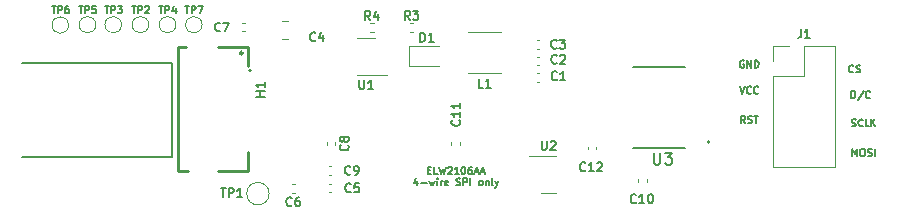
<source format=gbr>
%TF.GenerationSoftware,KiCad,Pcbnew,(6.0.0)*%
%TF.CreationDate,2022-03-29T17:15:08-07:00*%
%TF.ProjectId,ELW2106AA-breakout-board,454c5732-3130-4364-9141-2d627265616b,rev?*%
%TF.SameCoordinates,Original*%
%TF.FileFunction,Legend,Top*%
%TF.FilePolarity,Positive*%
%FSLAX46Y46*%
G04 Gerber Fmt 4.6, Leading zero omitted, Abs format (unit mm)*
G04 Created by KiCad (PCBNEW (6.0.0)) date 2022-03-29 17:15:08*
%MOMM*%
%LPD*%
G01*
G04 APERTURE LIST*
%ADD10C,0.150000*%
%ADD11C,0.200000*%
%ADD12C,0.127000*%
%ADD13C,0.120000*%
%ADD14C,0.254000*%
%ADD15C,0.175000*%
G04 APERTURE END LIST*
D10*
X104600000Y-94850000D02*
X104600000Y-86850000D01*
X91950000Y-94850000D02*
X104600000Y-94850000D01*
X104600000Y-86850000D02*
X91950000Y-86850000D01*
X126303571Y-95974142D02*
X126503571Y-95974142D01*
X126589285Y-96288428D02*
X126303571Y-96288428D01*
X126303571Y-95688428D01*
X126589285Y-95688428D01*
X127132142Y-96288428D02*
X126846428Y-96288428D01*
X126846428Y-95688428D01*
X127275000Y-95688428D02*
X127417857Y-96288428D01*
X127532142Y-95859857D01*
X127646428Y-96288428D01*
X127789285Y-95688428D01*
X127989285Y-95745571D02*
X128017857Y-95717000D01*
X128075000Y-95688428D01*
X128217857Y-95688428D01*
X128275000Y-95717000D01*
X128303571Y-95745571D01*
X128332142Y-95802714D01*
X128332142Y-95859857D01*
X128303571Y-95945571D01*
X127960714Y-96288428D01*
X128332142Y-96288428D01*
X128903571Y-96288428D02*
X128560714Y-96288428D01*
X128732142Y-96288428D02*
X128732142Y-95688428D01*
X128675000Y-95774142D01*
X128617857Y-95831285D01*
X128560714Y-95859857D01*
X129275000Y-95688428D02*
X129332142Y-95688428D01*
X129389285Y-95717000D01*
X129417857Y-95745571D01*
X129446428Y-95802714D01*
X129475000Y-95917000D01*
X129475000Y-96059857D01*
X129446428Y-96174142D01*
X129417857Y-96231285D01*
X129389285Y-96259857D01*
X129332142Y-96288428D01*
X129275000Y-96288428D01*
X129217857Y-96259857D01*
X129189285Y-96231285D01*
X129160714Y-96174142D01*
X129132142Y-96059857D01*
X129132142Y-95917000D01*
X129160714Y-95802714D01*
X129189285Y-95745571D01*
X129217857Y-95717000D01*
X129275000Y-95688428D01*
X129989285Y-95688428D02*
X129875000Y-95688428D01*
X129817857Y-95717000D01*
X129789285Y-95745571D01*
X129732142Y-95831285D01*
X129703571Y-95945571D01*
X129703571Y-96174142D01*
X129732142Y-96231285D01*
X129760714Y-96259857D01*
X129817857Y-96288428D01*
X129932142Y-96288428D01*
X129989285Y-96259857D01*
X130017857Y-96231285D01*
X130046428Y-96174142D01*
X130046428Y-96031285D01*
X130017857Y-95974142D01*
X129989285Y-95945571D01*
X129932142Y-95917000D01*
X129817857Y-95917000D01*
X129760714Y-95945571D01*
X129732142Y-95974142D01*
X129703571Y-96031285D01*
X130275000Y-96117000D02*
X130560714Y-96117000D01*
X130217857Y-96288428D02*
X130417857Y-95688428D01*
X130617857Y-96288428D01*
X130789285Y-96117000D02*
X131075000Y-96117000D01*
X130732142Y-96288428D02*
X130932142Y-95688428D01*
X131132142Y-96288428D01*
X125403571Y-96854428D02*
X125403571Y-97254428D01*
X125260714Y-96625857D02*
X125117857Y-97054428D01*
X125489285Y-97054428D01*
X125717857Y-97025857D02*
X126175000Y-97025857D01*
X126403571Y-96854428D02*
X126517857Y-97254428D01*
X126632142Y-96968714D01*
X126746428Y-97254428D01*
X126860714Y-96854428D01*
X127089285Y-97254428D02*
X127089285Y-96854428D01*
X127089285Y-96654428D02*
X127060714Y-96683000D01*
X127089285Y-96711571D01*
X127117857Y-96683000D01*
X127089285Y-96654428D01*
X127089285Y-96711571D01*
X127375000Y-97254428D02*
X127375000Y-96854428D01*
X127375000Y-96968714D02*
X127403571Y-96911571D01*
X127432142Y-96883000D01*
X127489285Y-96854428D01*
X127546428Y-96854428D01*
X127975000Y-97225857D02*
X127917857Y-97254428D01*
X127803571Y-97254428D01*
X127746428Y-97225857D01*
X127717857Y-97168714D01*
X127717857Y-96940142D01*
X127746428Y-96883000D01*
X127803571Y-96854428D01*
X127917857Y-96854428D01*
X127975000Y-96883000D01*
X128003571Y-96940142D01*
X128003571Y-96997285D01*
X127717857Y-97054428D01*
X128689285Y-97225857D02*
X128775000Y-97254428D01*
X128917857Y-97254428D01*
X128975000Y-97225857D01*
X129003571Y-97197285D01*
X129032142Y-97140142D01*
X129032142Y-97083000D01*
X129003571Y-97025857D01*
X128975000Y-96997285D01*
X128917857Y-96968714D01*
X128803571Y-96940142D01*
X128746428Y-96911571D01*
X128717857Y-96883000D01*
X128689285Y-96825857D01*
X128689285Y-96768714D01*
X128717857Y-96711571D01*
X128746428Y-96683000D01*
X128803571Y-96654428D01*
X128946428Y-96654428D01*
X129032142Y-96683000D01*
X129289285Y-97254428D02*
X129289285Y-96654428D01*
X129517857Y-96654428D01*
X129575000Y-96683000D01*
X129603571Y-96711571D01*
X129632142Y-96768714D01*
X129632142Y-96854428D01*
X129603571Y-96911571D01*
X129575000Y-96940142D01*
X129517857Y-96968714D01*
X129289285Y-96968714D01*
X129889285Y-97254428D02*
X129889285Y-96654428D01*
X130717857Y-97254428D02*
X130660714Y-97225857D01*
X130632142Y-97197285D01*
X130603571Y-97140142D01*
X130603571Y-96968714D01*
X130632142Y-96911571D01*
X130660714Y-96883000D01*
X130717857Y-96854428D01*
X130803571Y-96854428D01*
X130860714Y-96883000D01*
X130889285Y-96911571D01*
X130917857Y-96968714D01*
X130917857Y-97140142D01*
X130889285Y-97197285D01*
X130860714Y-97225857D01*
X130803571Y-97254428D01*
X130717857Y-97254428D01*
X131175000Y-96854428D02*
X131175000Y-97254428D01*
X131175000Y-96911571D02*
X131203571Y-96883000D01*
X131260714Y-96854428D01*
X131346428Y-96854428D01*
X131403571Y-96883000D01*
X131432142Y-96940142D01*
X131432142Y-97254428D01*
X131803571Y-97254428D02*
X131746428Y-97225857D01*
X131717857Y-97168714D01*
X131717857Y-96654428D01*
X131975000Y-96854428D02*
X132117857Y-97254428D01*
X132260714Y-96854428D02*
X132117857Y-97254428D01*
X132060714Y-97397285D01*
X132032142Y-97425857D01*
X131975000Y-97454428D01*
X153042857Y-86700000D02*
X152985714Y-86671428D01*
X152900000Y-86671428D01*
X152814285Y-86700000D01*
X152757142Y-86757142D01*
X152728571Y-86814285D01*
X152700000Y-86928571D01*
X152700000Y-87014285D01*
X152728571Y-87128571D01*
X152757142Y-87185714D01*
X152814285Y-87242857D01*
X152900000Y-87271428D01*
X152957142Y-87271428D01*
X153042857Y-87242857D01*
X153071428Y-87214285D01*
X153071428Y-87014285D01*
X152957142Y-87014285D01*
X153328571Y-87271428D02*
X153328571Y-86671428D01*
X153671428Y-87271428D01*
X153671428Y-86671428D01*
X153957142Y-87271428D02*
X153957142Y-86671428D01*
X154100000Y-86671428D01*
X154185714Y-86700000D01*
X154242857Y-86757142D01*
X154271428Y-86814285D01*
X154300000Y-86928571D01*
X154300000Y-87014285D01*
X154271428Y-87128571D01*
X154242857Y-87185714D01*
X154185714Y-87242857D01*
X154100000Y-87271428D01*
X153957142Y-87271428D01*
X162153571Y-89871428D02*
X162153571Y-89271428D01*
X162296428Y-89271428D01*
X162382142Y-89300000D01*
X162439285Y-89357142D01*
X162467857Y-89414285D01*
X162496428Y-89528571D01*
X162496428Y-89614285D01*
X162467857Y-89728571D01*
X162439285Y-89785714D01*
X162382142Y-89842857D01*
X162296428Y-89871428D01*
X162153571Y-89871428D01*
X163182142Y-89242857D02*
X162667857Y-90014285D01*
X163725000Y-89814285D02*
X163696428Y-89842857D01*
X163610714Y-89871428D01*
X163553571Y-89871428D01*
X163467857Y-89842857D01*
X163410714Y-89785714D01*
X163382142Y-89728571D01*
X163353571Y-89614285D01*
X163353571Y-89528571D01*
X163382142Y-89414285D01*
X163410714Y-89357142D01*
X163467857Y-89300000D01*
X163553571Y-89271428D01*
X163610714Y-89271428D01*
X163696428Y-89300000D01*
X163725000Y-89328571D01*
X162325000Y-87614285D02*
X162296428Y-87642857D01*
X162210714Y-87671428D01*
X162153571Y-87671428D01*
X162067857Y-87642857D01*
X162010714Y-87585714D01*
X161982142Y-87528571D01*
X161953571Y-87414285D01*
X161953571Y-87328571D01*
X161982142Y-87214285D01*
X162010714Y-87157142D01*
X162067857Y-87100000D01*
X162153571Y-87071428D01*
X162210714Y-87071428D01*
X162296428Y-87100000D01*
X162325000Y-87128571D01*
X162553571Y-87642857D02*
X162639285Y-87671428D01*
X162782142Y-87671428D01*
X162839285Y-87642857D01*
X162867857Y-87614285D01*
X162896428Y-87557142D01*
X162896428Y-87500000D01*
X162867857Y-87442857D01*
X162839285Y-87414285D01*
X162782142Y-87385714D01*
X162667857Y-87357142D01*
X162610714Y-87328571D01*
X162582142Y-87300000D01*
X162553571Y-87242857D01*
X162553571Y-87185714D01*
X162582142Y-87128571D01*
X162610714Y-87100000D01*
X162667857Y-87071428D01*
X162810714Y-87071428D01*
X162896428Y-87100000D01*
X153171428Y-91971428D02*
X152971428Y-91685714D01*
X152828571Y-91971428D02*
X152828571Y-91371428D01*
X153057142Y-91371428D01*
X153114285Y-91400000D01*
X153142857Y-91428571D01*
X153171428Y-91485714D01*
X153171428Y-91571428D01*
X153142857Y-91628571D01*
X153114285Y-91657142D01*
X153057142Y-91685714D01*
X152828571Y-91685714D01*
X153400000Y-91942857D02*
X153485714Y-91971428D01*
X153628571Y-91971428D01*
X153685714Y-91942857D01*
X153714285Y-91914285D01*
X153742857Y-91857142D01*
X153742857Y-91800000D01*
X153714285Y-91742857D01*
X153685714Y-91714285D01*
X153628571Y-91685714D01*
X153514285Y-91657142D01*
X153457142Y-91628571D01*
X153428571Y-91600000D01*
X153400000Y-91542857D01*
X153400000Y-91485714D01*
X153428571Y-91428571D01*
X153457142Y-91400000D01*
X153514285Y-91371428D01*
X153657142Y-91371428D01*
X153742857Y-91400000D01*
X153914285Y-91371428D02*
X154257142Y-91371428D01*
X154085714Y-91971428D02*
X154085714Y-91371428D01*
X162160714Y-92231062D02*
X162246428Y-92259633D01*
X162389285Y-92259633D01*
X162446428Y-92231062D01*
X162475000Y-92202490D01*
X162503571Y-92145347D01*
X162503571Y-92088205D01*
X162475000Y-92031062D01*
X162446428Y-92002490D01*
X162389285Y-91973919D01*
X162275000Y-91945347D01*
X162217857Y-91916776D01*
X162189285Y-91888205D01*
X162160714Y-91831062D01*
X162160714Y-91773919D01*
X162189285Y-91716776D01*
X162217857Y-91688205D01*
X162275000Y-91659633D01*
X162417857Y-91659633D01*
X162503571Y-91688205D01*
X163103571Y-92202490D02*
X163075000Y-92231062D01*
X162989285Y-92259633D01*
X162932142Y-92259633D01*
X162846428Y-92231062D01*
X162789285Y-92173919D01*
X162760714Y-92116776D01*
X162732142Y-92002490D01*
X162732142Y-91916776D01*
X162760714Y-91802490D01*
X162789285Y-91745347D01*
X162846428Y-91688205D01*
X162932142Y-91659633D01*
X162989285Y-91659633D01*
X163075000Y-91688205D01*
X163103571Y-91716776D01*
X163646428Y-92259633D02*
X163360714Y-92259633D01*
X163360714Y-91659633D01*
X163846428Y-92259633D02*
X163846428Y-91659633D01*
X164189285Y-92259633D02*
X163932142Y-91916776D01*
X164189285Y-91659633D02*
X163846428Y-92002490D01*
X152700000Y-88871428D02*
X152900000Y-89471428D01*
X153100000Y-88871428D01*
X153642857Y-89414285D02*
X153614285Y-89442857D01*
X153528571Y-89471428D01*
X153471428Y-89471428D01*
X153385714Y-89442857D01*
X153328571Y-89385714D01*
X153300000Y-89328571D01*
X153271428Y-89214285D01*
X153271428Y-89128571D01*
X153300000Y-89014285D01*
X153328571Y-88957142D01*
X153385714Y-88900000D01*
X153471428Y-88871428D01*
X153528571Y-88871428D01*
X153614285Y-88900000D01*
X153642857Y-88928571D01*
X154242857Y-89414285D02*
X154214285Y-89442857D01*
X154128571Y-89471428D01*
X154071428Y-89471428D01*
X153985714Y-89442857D01*
X153928571Y-89385714D01*
X153900000Y-89328571D01*
X153871428Y-89214285D01*
X153871428Y-89128571D01*
X153900000Y-89014285D01*
X153928571Y-88957142D01*
X153985714Y-88900000D01*
X154071428Y-88871428D01*
X154128571Y-88871428D01*
X154214285Y-88900000D01*
X154242857Y-88928571D01*
X162232142Y-94759633D02*
X162232142Y-94159633D01*
X162432142Y-94588205D01*
X162632142Y-94159633D01*
X162632142Y-94759633D01*
X163032142Y-94159633D02*
X163146428Y-94159633D01*
X163203571Y-94188205D01*
X163260714Y-94245347D01*
X163289285Y-94359633D01*
X163289285Y-94559633D01*
X163260714Y-94673919D01*
X163203571Y-94731062D01*
X163146428Y-94759633D01*
X163032142Y-94759633D01*
X162975000Y-94731062D01*
X162917857Y-94673919D01*
X162889285Y-94559633D01*
X162889285Y-94359633D01*
X162917857Y-94245347D01*
X162975000Y-94188205D01*
X163032142Y-94159633D01*
X163517857Y-94731062D02*
X163603571Y-94759633D01*
X163746428Y-94759633D01*
X163803571Y-94731062D01*
X163832142Y-94702490D01*
X163860714Y-94645347D01*
X163860714Y-94588205D01*
X163832142Y-94531062D01*
X163803571Y-94502490D01*
X163746428Y-94473919D01*
X163632142Y-94445347D01*
X163575000Y-94416776D01*
X163546428Y-94388205D01*
X163517857Y-94331062D01*
X163517857Y-94273919D01*
X163546428Y-94216776D01*
X163575000Y-94188205D01*
X163632142Y-94159633D01*
X163775000Y-94159633D01*
X163860714Y-94188205D01*
X164117857Y-94759633D02*
X164117857Y-94159633D01*
%TO.C,U3*%
X145413095Y-94487380D02*
X145413095Y-95296904D01*
X145460714Y-95392142D01*
X145508333Y-95439761D01*
X145603571Y-95487380D01*
X145794047Y-95487380D01*
X145889285Y-95439761D01*
X145936904Y-95392142D01*
X145984523Y-95296904D01*
X145984523Y-94487380D01*
X146365476Y-94487380D02*
X146984523Y-94487380D01*
X146651190Y-94868333D01*
X146794047Y-94868333D01*
X146889285Y-94915952D01*
X146936904Y-94963571D01*
X146984523Y-95058809D01*
X146984523Y-95296904D01*
X146936904Y-95392142D01*
X146889285Y-95439761D01*
X146794047Y-95487380D01*
X146508333Y-95487380D01*
X146413095Y-95439761D01*
X146365476Y-95392142D01*
%TO.C,C1*%
X137224315Y-88266324D02*
X137188600Y-88302038D01*
X137081457Y-88337752D01*
X137010029Y-88337752D01*
X136902886Y-88302038D01*
X136831457Y-88230609D01*
X136795743Y-88159181D01*
X136760029Y-88016324D01*
X136760029Y-87909181D01*
X136795743Y-87766324D01*
X136831457Y-87694895D01*
X136902886Y-87623467D01*
X137010029Y-87587752D01*
X137081457Y-87587752D01*
X137188600Y-87623467D01*
X137224315Y-87659181D01*
X137938600Y-88337752D02*
X137510029Y-88337752D01*
X137724315Y-88337752D02*
X137724315Y-87587752D01*
X137652886Y-87694895D01*
X137581457Y-87766324D01*
X137510029Y-87802038D01*
%TO.C,D1*%
X125646428Y-85089285D02*
X125646428Y-84339285D01*
X125825000Y-84339285D01*
X125932142Y-84375000D01*
X126003571Y-84446428D01*
X126039285Y-84517857D01*
X126075000Y-84660714D01*
X126075000Y-84767857D01*
X126039285Y-84910714D01*
X126003571Y-84982142D01*
X125932142Y-85053571D01*
X125825000Y-85089285D01*
X125646428Y-85089285D01*
X126789285Y-85089285D02*
X126360714Y-85089285D01*
X126575000Y-85089285D02*
X126575000Y-84339285D01*
X126503571Y-84446428D01*
X126432142Y-84517857D01*
X126360714Y-84553571D01*
%TO.C,TP5*%
X96751386Y-82064678D02*
X97094243Y-82064678D01*
X96922814Y-82664678D02*
X96922814Y-82064678D01*
X97294243Y-82664678D02*
X97294243Y-82064678D01*
X97522814Y-82064678D01*
X97579957Y-82093250D01*
X97608529Y-82121821D01*
X97637100Y-82178964D01*
X97637100Y-82264678D01*
X97608529Y-82321821D01*
X97579957Y-82350392D01*
X97522814Y-82378964D01*
X97294243Y-82378964D01*
X98179957Y-82064678D02*
X97894243Y-82064678D01*
X97865671Y-82350392D01*
X97894243Y-82321821D01*
X97951386Y-82293250D01*
X98094243Y-82293250D01*
X98151386Y-82321821D01*
X98179957Y-82350392D01*
X98208529Y-82407535D01*
X98208529Y-82550392D01*
X98179957Y-82607535D01*
X98151386Y-82636107D01*
X98094243Y-82664678D01*
X97951386Y-82664678D01*
X97894243Y-82636107D01*
X97865671Y-82607535D01*
%TO.C,L1*%
X130975000Y-88989285D02*
X130617857Y-88989285D01*
X130617857Y-88239285D01*
X131617857Y-88989285D02*
X131189285Y-88989285D01*
X131403571Y-88989285D02*
X131403571Y-88239285D01*
X131332142Y-88346428D01*
X131260714Y-88417857D01*
X131189285Y-88453571D01*
%TO.C,C10*%
X143917857Y-98667857D02*
X143882142Y-98703571D01*
X143775000Y-98739285D01*
X143703571Y-98739285D01*
X143596428Y-98703571D01*
X143525000Y-98632142D01*
X143489285Y-98560714D01*
X143453571Y-98417857D01*
X143453571Y-98310714D01*
X143489285Y-98167857D01*
X143525000Y-98096428D01*
X143596428Y-98025000D01*
X143703571Y-97989285D01*
X143775000Y-97989285D01*
X143882142Y-98025000D01*
X143917857Y-98060714D01*
X144632142Y-98739285D02*
X144203571Y-98739285D01*
X144417857Y-98739285D02*
X144417857Y-97989285D01*
X144346428Y-98096428D01*
X144275000Y-98167857D01*
X144203571Y-98203571D01*
X145096428Y-97989285D02*
X145167857Y-97989285D01*
X145239285Y-98025000D01*
X145275000Y-98060714D01*
X145310714Y-98132142D01*
X145346428Y-98275000D01*
X145346428Y-98453571D01*
X145310714Y-98596428D01*
X145275000Y-98667857D01*
X145239285Y-98703571D01*
X145167857Y-98739285D01*
X145096428Y-98739285D01*
X145025000Y-98703571D01*
X144989285Y-98667857D01*
X144953571Y-98596428D01*
X144917857Y-98453571D01*
X144917857Y-98275000D01*
X144953571Y-98132142D01*
X144989285Y-98060714D01*
X145025000Y-98025000D01*
X145096428Y-97989285D01*
%TO.C,C7*%
X108725000Y-84142857D02*
X108689285Y-84178571D01*
X108582142Y-84214285D01*
X108510714Y-84214285D01*
X108403571Y-84178571D01*
X108332142Y-84107142D01*
X108296428Y-84035714D01*
X108260714Y-83892857D01*
X108260714Y-83785714D01*
X108296428Y-83642857D01*
X108332142Y-83571428D01*
X108403571Y-83500000D01*
X108510714Y-83464285D01*
X108582142Y-83464285D01*
X108689285Y-83500000D01*
X108725000Y-83535714D01*
X108975000Y-83464285D02*
X109475000Y-83464285D01*
X109153571Y-84214285D01*
%TO.C,R3*%
X124775000Y-83239285D02*
X124525000Y-82882142D01*
X124346428Y-83239285D02*
X124346428Y-82489285D01*
X124632142Y-82489285D01*
X124703571Y-82525000D01*
X124739285Y-82560714D01*
X124775000Y-82632142D01*
X124775000Y-82739285D01*
X124739285Y-82810714D01*
X124703571Y-82846428D01*
X124632142Y-82882142D01*
X124346428Y-82882142D01*
X125025000Y-82489285D02*
X125489285Y-82489285D01*
X125239285Y-82775000D01*
X125346428Y-82775000D01*
X125417857Y-82810714D01*
X125453571Y-82846428D01*
X125489285Y-82917857D01*
X125489285Y-83096428D01*
X125453571Y-83167857D01*
X125417857Y-83203571D01*
X125346428Y-83239285D01*
X125132142Y-83239285D01*
X125060714Y-83203571D01*
X125025000Y-83167857D01*
%TO.C,R4*%
X121425000Y-83239285D02*
X121175000Y-82882142D01*
X120996428Y-83239285D02*
X120996428Y-82489285D01*
X121282142Y-82489285D01*
X121353571Y-82525000D01*
X121389285Y-82560714D01*
X121425000Y-82632142D01*
X121425000Y-82739285D01*
X121389285Y-82810714D01*
X121353571Y-82846428D01*
X121282142Y-82882142D01*
X120996428Y-82882142D01*
X122067857Y-82739285D02*
X122067857Y-83239285D01*
X121889285Y-82453571D02*
X121710714Y-82989285D01*
X122175000Y-82989285D01*
%TO.C,H1*%
X112522407Y-89748769D02*
X111721816Y-89748769D01*
X112103049Y-89748769D02*
X112103049Y-89291288D01*
X112522407Y-89291288D02*
X111721816Y-89291288D01*
X112522407Y-88490697D02*
X112522407Y-88948178D01*
X112522407Y-88719437D02*
X111721816Y-88719437D01*
X111836186Y-88795684D01*
X111912433Y-88871931D01*
X111950556Y-88948178D01*
%TO.C,TP3*%
X98927857Y-82064678D02*
X99270714Y-82064678D01*
X99099285Y-82664678D02*
X99099285Y-82064678D01*
X99470714Y-82664678D02*
X99470714Y-82064678D01*
X99699285Y-82064678D01*
X99756428Y-82093250D01*
X99785000Y-82121821D01*
X99813571Y-82178964D01*
X99813571Y-82264678D01*
X99785000Y-82321821D01*
X99756428Y-82350392D01*
X99699285Y-82378964D01*
X99470714Y-82378964D01*
X100013571Y-82064678D02*
X100385000Y-82064678D01*
X100185000Y-82293250D01*
X100270714Y-82293250D01*
X100327857Y-82321821D01*
X100356428Y-82350392D01*
X100385000Y-82407535D01*
X100385000Y-82550392D01*
X100356428Y-82607535D01*
X100327857Y-82636107D01*
X100270714Y-82664678D01*
X100099285Y-82664678D01*
X100042142Y-82636107D01*
X100013571Y-82607535D01*
%TO.C,C3*%
X137185000Y-85592857D02*
X137149285Y-85628571D01*
X137042142Y-85664285D01*
X136970714Y-85664285D01*
X136863571Y-85628571D01*
X136792142Y-85557142D01*
X136756428Y-85485714D01*
X136720714Y-85342857D01*
X136720714Y-85235714D01*
X136756428Y-85092857D01*
X136792142Y-85021428D01*
X136863571Y-84950000D01*
X136970714Y-84914285D01*
X137042142Y-84914285D01*
X137149285Y-84950000D01*
X137185000Y-84985714D01*
X137435000Y-84914285D02*
X137899285Y-84914285D01*
X137649285Y-85200000D01*
X137756428Y-85200000D01*
X137827857Y-85235714D01*
X137863571Y-85271428D01*
X137899285Y-85342857D01*
X137899285Y-85521428D01*
X137863571Y-85592857D01*
X137827857Y-85628571D01*
X137756428Y-85664285D01*
X137542142Y-85664285D01*
X137470714Y-85628571D01*
X137435000Y-85592857D01*
%TO.C,U1*%
X120478571Y-88339285D02*
X120478571Y-88946428D01*
X120514285Y-89017857D01*
X120550000Y-89053571D01*
X120621428Y-89089285D01*
X120764285Y-89089285D01*
X120835714Y-89053571D01*
X120871428Y-89017857D01*
X120907142Y-88946428D01*
X120907142Y-88339285D01*
X121657142Y-89089285D02*
X121228571Y-89089285D01*
X121442857Y-89089285D02*
X121442857Y-88339285D01*
X121371428Y-88446428D01*
X121300000Y-88517857D01*
X121228571Y-88553571D01*
%TO.C,C6*%
X114775000Y-98927857D02*
X114739285Y-98963571D01*
X114632142Y-98999285D01*
X114560714Y-98999285D01*
X114453571Y-98963571D01*
X114382142Y-98892142D01*
X114346428Y-98820714D01*
X114310714Y-98677857D01*
X114310714Y-98570714D01*
X114346428Y-98427857D01*
X114382142Y-98356428D01*
X114453571Y-98285000D01*
X114560714Y-98249285D01*
X114632142Y-98249285D01*
X114739285Y-98285000D01*
X114775000Y-98320714D01*
X115417857Y-98249285D02*
X115275000Y-98249285D01*
X115203571Y-98285000D01*
X115167857Y-98320714D01*
X115096428Y-98427857D01*
X115060714Y-98570714D01*
X115060714Y-98856428D01*
X115096428Y-98927857D01*
X115132142Y-98963571D01*
X115203571Y-98999285D01*
X115346428Y-98999285D01*
X115417857Y-98963571D01*
X115453571Y-98927857D01*
X115489285Y-98856428D01*
X115489285Y-98677857D01*
X115453571Y-98606428D01*
X115417857Y-98570714D01*
X115346428Y-98535000D01*
X115203571Y-98535000D01*
X115132142Y-98570714D01*
X115096428Y-98606428D01*
X115060714Y-98677857D01*
%TO.C,C4*%
X116775000Y-84967857D02*
X116739285Y-85003571D01*
X116632142Y-85039285D01*
X116560714Y-85039285D01*
X116453571Y-85003571D01*
X116382142Y-84932142D01*
X116346428Y-84860714D01*
X116310714Y-84717857D01*
X116310714Y-84610714D01*
X116346428Y-84467857D01*
X116382142Y-84396428D01*
X116453571Y-84325000D01*
X116560714Y-84289285D01*
X116632142Y-84289285D01*
X116739285Y-84325000D01*
X116775000Y-84360714D01*
X117417857Y-84539285D02*
X117417857Y-85039285D01*
X117239285Y-84253571D02*
X117060714Y-84789285D01*
X117525000Y-84789285D01*
%TO.C,TP4*%
X103527857Y-82064678D02*
X103870714Y-82064678D01*
X103699285Y-82664678D02*
X103699285Y-82064678D01*
X104070714Y-82664678D02*
X104070714Y-82064678D01*
X104299285Y-82064678D01*
X104356428Y-82093250D01*
X104385000Y-82121821D01*
X104413571Y-82178964D01*
X104413571Y-82264678D01*
X104385000Y-82321821D01*
X104356428Y-82350392D01*
X104299285Y-82378964D01*
X104070714Y-82378964D01*
X104927857Y-82264678D02*
X104927857Y-82664678D01*
X104785000Y-82036107D02*
X104642142Y-82464678D01*
X105013571Y-82464678D01*
%TO.C,TP2*%
X101227857Y-82064678D02*
X101570714Y-82064678D01*
X101399285Y-82664678D02*
X101399285Y-82064678D01*
X101770714Y-82664678D02*
X101770714Y-82064678D01*
X101999285Y-82064678D01*
X102056428Y-82093250D01*
X102085000Y-82121821D01*
X102113571Y-82178964D01*
X102113571Y-82264678D01*
X102085000Y-82321821D01*
X102056428Y-82350392D01*
X101999285Y-82378964D01*
X101770714Y-82378964D01*
X102342142Y-82121821D02*
X102370714Y-82093250D01*
X102427857Y-82064678D01*
X102570714Y-82064678D01*
X102627857Y-82093250D01*
X102656428Y-82121821D01*
X102685000Y-82178964D01*
X102685000Y-82236107D01*
X102656428Y-82321821D01*
X102313571Y-82664678D01*
X102685000Y-82664678D01*
%TO.C,TP7*%
X105757857Y-82064678D02*
X106100714Y-82064678D01*
X105929285Y-82664678D02*
X105929285Y-82064678D01*
X106300714Y-82664678D02*
X106300714Y-82064678D01*
X106529285Y-82064678D01*
X106586428Y-82093250D01*
X106615000Y-82121821D01*
X106643571Y-82178964D01*
X106643571Y-82264678D01*
X106615000Y-82321821D01*
X106586428Y-82350392D01*
X106529285Y-82378964D01*
X106300714Y-82378964D01*
X106843571Y-82064678D02*
X107243571Y-82064678D01*
X106986428Y-82664678D01*
%TO.C,C8*%
X119527857Y-93825000D02*
X119563571Y-93860714D01*
X119599285Y-93967857D01*
X119599285Y-94039285D01*
X119563571Y-94146428D01*
X119492142Y-94217857D01*
X119420714Y-94253571D01*
X119277857Y-94289285D01*
X119170714Y-94289285D01*
X119027857Y-94253571D01*
X118956428Y-94217857D01*
X118885000Y-94146428D01*
X118849285Y-94039285D01*
X118849285Y-93967857D01*
X118885000Y-93860714D01*
X118920714Y-93825000D01*
X119170714Y-93396428D02*
X119135000Y-93467857D01*
X119099285Y-93503571D01*
X119027857Y-93539285D01*
X118992142Y-93539285D01*
X118920714Y-93503571D01*
X118885000Y-93467857D01*
X118849285Y-93396428D01*
X118849285Y-93253571D01*
X118885000Y-93182142D01*
X118920714Y-93146428D01*
X118992142Y-93110714D01*
X119027857Y-93110714D01*
X119099285Y-93146428D01*
X119135000Y-93182142D01*
X119170714Y-93253571D01*
X119170714Y-93396428D01*
X119206428Y-93467857D01*
X119242142Y-93503571D01*
X119313571Y-93539285D01*
X119456428Y-93539285D01*
X119527857Y-93503571D01*
X119563571Y-93467857D01*
X119599285Y-93396428D01*
X119599285Y-93253571D01*
X119563571Y-93182142D01*
X119527857Y-93146428D01*
X119456428Y-93110714D01*
X119313571Y-93110714D01*
X119242142Y-93146428D01*
X119206428Y-93182142D01*
X119170714Y-93253571D01*
%TO.C,C2*%
X137197979Y-86879308D02*
X137162264Y-86915022D01*
X137055121Y-86950736D01*
X136983693Y-86950736D01*
X136876550Y-86915022D01*
X136805121Y-86843593D01*
X136769407Y-86772165D01*
X136733693Y-86629308D01*
X136733693Y-86522165D01*
X136769407Y-86379308D01*
X136805121Y-86307879D01*
X136876550Y-86236451D01*
X136983693Y-86200736D01*
X137055121Y-86200736D01*
X137162264Y-86236451D01*
X137197979Y-86272165D01*
X137483693Y-86272165D02*
X137519407Y-86236451D01*
X137590836Y-86200736D01*
X137769407Y-86200736D01*
X137840836Y-86236451D01*
X137876550Y-86272165D01*
X137912264Y-86343593D01*
X137912264Y-86415022D01*
X137876550Y-86522165D01*
X137447979Y-86950736D01*
X137912264Y-86950736D01*
%TO.C,C5*%
X119775000Y-97767857D02*
X119739285Y-97803571D01*
X119632142Y-97839285D01*
X119560714Y-97839285D01*
X119453571Y-97803571D01*
X119382142Y-97732142D01*
X119346428Y-97660714D01*
X119310714Y-97517857D01*
X119310714Y-97410714D01*
X119346428Y-97267857D01*
X119382142Y-97196428D01*
X119453571Y-97125000D01*
X119560714Y-97089285D01*
X119632142Y-97089285D01*
X119739285Y-97125000D01*
X119775000Y-97160714D01*
X120453571Y-97089285D02*
X120096428Y-97089285D01*
X120060714Y-97446428D01*
X120096428Y-97410714D01*
X120167857Y-97375000D01*
X120346428Y-97375000D01*
X120417857Y-97410714D01*
X120453571Y-97446428D01*
X120489285Y-97517857D01*
X120489285Y-97696428D01*
X120453571Y-97767857D01*
X120417857Y-97803571D01*
X120346428Y-97839285D01*
X120167857Y-97839285D01*
X120096428Y-97803571D01*
X120060714Y-97767857D01*
%TO.C,TP6*%
X94442857Y-82071428D02*
X94785714Y-82071428D01*
X94614285Y-82671428D02*
X94614285Y-82071428D01*
X94985714Y-82671428D02*
X94985714Y-82071428D01*
X95214285Y-82071428D01*
X95271428Y-82100000D01*
X95300000Y-82128571D01*
X95328571Y-82185714D01*
X95328571Y-82271428D01*
X95300000Y-82328571D01*
X95271428Y-82357142D01*
X95214285Y-82385714D01*
X94985714Y-82385714D01*
X95842857Y-82071428D02*
X95728571Y-82071428D01*
X95671428Y-82100000D01*
X95642857Y-82128571D01*
X95585714Y-82214285D01*
X95557142Y-82328571D01*
X95557142Y-82557142D01*
X95585714Y-82614285D01*
X95614285Y-82642857D01*
X95671428Y-82671428D01*
X95785714Y-82671428D01*
X95842857Y-82642857D01*
X95871428Y-82614285D01*
X95900000Y-82557142D01*
X95900000Y-82414285D01*
X95871428Y-82357142D01*
X95842857Y-82328571D01*
X95785714Y-82300000D01*
X95671428Y-82300000D01*
X95614285Y-82328571D01*
X95585714Y-82357142D01*
X95557142Y-82414285D01*
%TO.C,U2*%
X135928571Y-93489285D02*
X135928571Y-94096428D01*
X135964285Y-94167857D01*
X136000000Y-94203571D01*
X136071428Y-94239285D01*
X136214285Y-94239285D01*
X136285714Y-94203571D01*
X136321428Y-94167857D01*
X136357142Y-94096428D01*
X136357142Y-93489285D01*
X136678571Y-93560714D02*
X136714285Y-93525000D01*
X136785714Y-93489285D01*
X136964285Y-93489285D01*
X137035714Y-93525000D01*
X137071428Y-93560714D01*
X137107142Y-93632142D01*
X137107142Y-93703571D01*
X137071428Y-93810714D01*
X136642857Y-94239285D01*
X137107142Y-94239285D01*
%TO.C,C12*%
X139617857Y-95967857D02*
X139582142Y-96003571D01*
X139475000Y-96039285D01*
X139403571Y-96039285D01*
X139296428Y-96003571D01*
X139225000Y-95932142D01*
X139189285Y-95860714D01*
X139153571Y-95717857D01*
X139153571Y-95610714D01*
X139189285Y-95467857D01*
X139225000Y-95396428D01*
X139296428Y-95325000D01*
X139403571Y-95289285D01*
X139475000Y-95289285D01*
X139582142Y-95325000D01*
X139617857Y-95360714D01*
X140332142Y-96039285D02*
X139903571Y-96039285D01*
X140117857Y-96039285D02*
X140117857Y-95289285D01*
X140046428Y-95396428D01*
X139975000Y-95467857D01*
X139903571Y-95503571D01*
X140617857Y-95360714D02*
X140653571Y-95325000D01*
X140725000Y-95289285D01*
X140903571Y-95289285D01*
X140975000Y-95325000D01*
X141010714Y-95360714D01*
X141046428Y-95432142D01*
X141046428Y-95503571D01*
X141010714Y-95610714D01*
X140582142Y-96039285D01*
X141046428Y-96039285D01*
%TO.C,C9*%
X119725000Y-96267857D02*
X119689285Y-96303571D01*
X119582142Y-96339285D01*
X119510714Y-96339285D01*
X119403571Y-96303571D01*
X119332142Y-96232142D01*
X119296428Y-96160714D01*
X119260714Y-96017857D01*
X119260714Y-95910714D01*
X119296428Y-95767857D01*
X119332142Y-95696428D01*
X119403571Y-95625000D01*
X119510714Y-95589285D01*
X119582142Y-95589285D01*
X119689285Y-95625000D01*
X119725000Y-95660714D01*
X120082142Y-96339285D02*
X120225000Y-96339285D01*
X120296428Y-96303571D01*
X120332142Y-96267857D01*
X120403571Y-96160714D01*
X120439285Y-96017857D01*
X120439285Y-95732142D01*
X120403571Y-95660714D01*
X120367857Y-95625000D01*
X120296428Y-95589285D01*
X120153571Y-95589285D01*
X120082142Y-95625000D01*
X120046428Y-95660714D01*
X120010714Y-95732142D01*
X120010714Y-95910714D01*
X120046428Y-95982142D01*
X120082142Y-96017857D01*
X120153571Y-96053571D01*
X120296428Y-96053571D01*
X120367857Y-96017857D01*
X120403571Y-95982142D01*
X120439285Y-95910714D01*
%TO.C,TP1*%
X108753571Y-97489285D02*
X109182142Y-97489285D01*
X108967857Y-98239285D02*
X108967857Y-97489285D01*
X109432142Y-98239285D02*
X109432142Y-97489285D01*
X109717857Y-97489285D01*
X109789285Y-97525000D01*
X109825000Y-97560714D01*
X109860714Y-97632142D01*
X109860714Y-97739285D01*
X109825000Y-97810714D01*
X109789285Y-97846428D01*
X109717857Y-97882142D01*
X109432142Y-97882142D01*
X110575000Y-98239285D02*
X110146428Y-98239285D01*
X110360714Y-98239285D02*
X110360714Y-97489285D01*
X110289285Y-97596428D01*
X110217857Y-97667857D01*
X110146428Y-97703571D01*
%TO.C,J1*%
X157880000Y-84009285D02*
X157880000Y-84545000D01*
X157844285Y-84652142D01*
X157772857Y-84723571D01*
X157665714Y-84759285D01*
X157594285Y-84759285D01*
X158630000Y-84759285D02*
X158201428Y-84759285D01*
X158415714Y-84759285D02*
X158415714Y-84009285D01*
X158344285Y-84116428D01*
X158272857Y-84187857D01*
X158201428Y-84223571D01*
%TO.C,C11*%
X128967857Y-91732142D02*
X129003571Y-91767857D01*
X129039285Y-91875000D01*
X129039285Y-91946428D01*
X129003571Y-92053571D01*
X128932142Y-92125000D01*
X128860714Y-92160714D01*
X128717857Y-92196428D01*
X128610714Y-92196428D01*
X128467857Y-92160714D01*
X128396428Y-92125000D01*
X128325000Y-92053571D01*
X128289285Y-91946428D01*
X128289285Y-91875000D01*
X128325000Y-91767857D01*
X128360714Y-91732142D01*
X129039285Y-91017857D02*
X129039285Y-91446428D01*
X129039285Y-91232142D02*
X128289285Y-91232142D01*
X128396428Y-91303571D01*
X128467857Y-91375000D01*
X128503571Y-91446428D01*
X129039285Y-90303571D02*
X129039285Y-90732142D01*
X129039285Y-90517857D02*
X128289285Y-90517857D01*
X128396428Y-90589285D01*
X128467857Y-90660714D01*
X128503571Y-90732142D01*
D11*
%TO.C,U3*%
X150140000Y-93575000D02*
G75*
G03*
X150140000Y-93575000I-100000J0D01*
G01*
D12*
X148050000Y-94100000D02*
X143650000Y-94100000D01*
X148050000Y-87200000D02*
X143650000Y-87200000D01*
D13*
%TO.C,C1*%
X135707836Y-87740000D02*
X135492164Y-87740000D01*
X135707836Y-88460000D02*
X135492164Y-88460000D01*
%TO.C,D1*%
X124700000Y-85450000D02*
X124700000Y-87150000D01*
X124700000Y-87150000D02*
X127250000Y-87150000D01*
X124700000Y-85450000D02*
X127250000Y-85450000D01*
%TO.C,TP5*%
X98173529Y-83646250D02*
G75*
G03*
X98173529Y-83646250I-700000J0D01*
G01*
%TO.C,L1*%
X132486252Y-84290000D02*
X129713748Y-84290000D01*
X132486252Y-87710000D02*
X129713748Y-87710000D01*
%TO.C,C10*%
X144090000Y-96957836D02*
X144090000Y-96742164D01*
X144810000Y-96957836D02*
X144810000Y-96742164D01*
%TO.C,C7*%
X110592164Y-84210000D02*
X110807836Y-84210000D01*
X110592164Y-83490000D02*
X110807836Y-83490000D01*
%TO.C,R3*%
X125053641Y-84280000D02*
X124746359Y-84280000D01*
X125053641Y-83520000D02*
X124746359Y-83520000D01*
%TO.C,R4*%
X121703641Y-83520000D02*
X121396359Y-83520000D01*
X121703641Y-84280000D02*
X121396359Y-84280000D01*
D14*
%TO.C,H1*%
X108480000Y-85500000D02*
X111020000Y-85500000D01*
X105115000Y-85500000D02*
X105790000Y-85500000D01*
X111020000Y-87101000D02*
X111020000Y-85500000D01*
X105115000Y-95996000D02*
X105940000Y-95990000D01*
X105115000Y-96000000D02*
X105115000Y-85500000D01*
X108520000Y-96000000D02*
X111020000Y-96000000D01*
X111020000Y-96000000D02*
X111020000Y-94381000D01*
X110639000Y-86051000D02*
G75*
G03*
X110639000Y-86051000I-127000J0D01*
G01*
D15*
X111298000Y-87500000D02*
G75*
G03*
X111298000Y-87500000I-75000J0D01*
G01*
D13*
%TO.C,TP3*%
X100350000Y-83646250D02*
G75*
G03*
X100350000Y-83646250I-700000J0D01*
G01*
%TO.C,C3*%
X135707836Y-85660000D02*
X135492164Y-85660000D01*
X135707836Y-84940000D02*
X135492164Y-84940000D01*
%TO.C,U1*%
X121050000Y-87910000D02*
X120250000Y-87910000D01*
X121050000Y-87910000D02*
X122850000Y-87910000D01*
X121050000Y-84790000D02*
X121850000Y-84790000D01*
X121050000Y-84790000D02*
X120250000Y-84790000D01*
%TO.C,C6*%
X115007836Y-97860000D02*
X114792164Y-97860000D01*
X115007836Y-97140000D02*
X114792164Y-97140000D01*
%TO.C,C4*%
X114461252Y-83365000D02*
X113938748Y-83365000D01*
X114461252Y-84835000D02*
X113938748Y-84835000D01*
%TO.C,TP4*%
X104950000Y-83646250D02*
G75*
G03*
X104950000Y-83646250I-700000J0D01*
G01*
%TO.C,TP2*%
X102650000Y-83646250D02*
G75*
G03*
X102650000Y-83646250I-700000J0D01*
G01*
%TO.C,TP7*%
X107180000Y-83646250D02*
G75*
G03*
X107180000Y-83646250I-700000J0D01*
G01*
%TO.C,C8*%
X118460000Y-93592164D02*
X118460000Y-93807836D01*
X117740000Y-93592164D02*
X117740000Y-93807836D01*
%TO.C,C2*%
X135707836Y-86340000D02*
X135492164Y-86340000D01*
X135707836Y-87060000D02*
X135492164Y-87060000D01*
%TO.C,C5*%
X117892164Y-97810000D02*
X118107836Y-97810000D01*
X117892164Y-97090000D02*
X118107836Y-97090000D01*
%TO.C,TP6*%
X95865000Y-83675000D02*
G75*
G03*
X95865000Y-83675000I-700000J0D01*
G01*
%TO.C,U2*%
X136500000Y-97860000D02*
X135850000Y-97860000D01*
X136500000Y-94740000D02*
X137150000Y-94740000D01*
X136500000Y-97860000D02*
X137150000Y-97860000D01*
X136500000Y-94740000D02*
X134825000Y-94740000D01*
%TO.C,C12*%
X139840000Y-94207836D02*
X139840000Y-93992164D01*
X140560000Y-94207836D02*
X140560000Y-93992164D01*
%TO.C,C9*%
X117892164Y-95640000D02*
X118107836Y-95640000D01*
X117892164Y-96360000D02*
X118107836Y-96360000D01*
%TO.C,TP1*%
X112850000Y-97950000D02*
G75*
G03*
X112850000Y-97950000I-950000J0D01*
G01*
%TO.C,J1*%
X155530000Y-88020000D02*
X158130000Y-88020000D01*
X160730000Y-85420000D02*
X160730000Y-95700000D01*
X155530000Y-95700000D02*
X160730000Y-95700000D01*
X155530000Y-86750000D02*
X155530000Y-85420000D01*
X155530000Y-88020000D02*
X155530000Y-95700000D01*
X158130000Y-88020000D02*
X158130000Y-85420000D01*
X155530000Y-85420000D02*
X156860000Y-85420000D01*
X158130000Y-85420000D02*
X160730000Y-85420000D01*
%TO.C,C11*%
X129010000Y-93807836D02*
X129010000Y-93592164D01*
X128290000Y-93807836D02*
X128290000Y-93592164D01*
%TD*%
M02*

</source>
